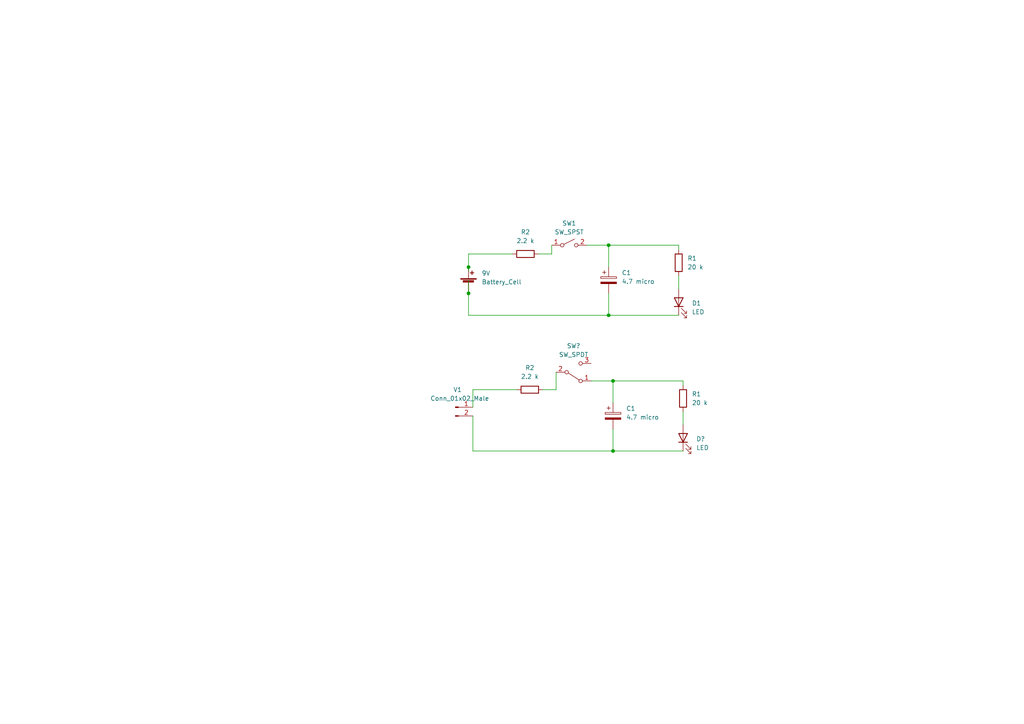
<source format=kicad_sch>
(kicad_sch (version 20211123) (generator eeschema)

  (uuid 528d5f9a-1448-48ac-a15f-16e2507680fe)

  (paper "A4")

  (lib_symbols
    (symbol "Connector:Conn_01x02_Male" (pin_names (offset 1.016) hide) (in_bom yes) (on_board yes)
      (property "Reference" "J" (id 0) (at 0 2.54 0)
        (effects (font (size 1.27 1.27)))
      )
      (property "Value" "Conn_01x02_Male" (id 1) (at 0 -5.08 0)
        (effects (font (size 1.27 1.27)))
      )
      (property "Footprint" "" (id 2) (at 0 0 0)
        (effects (font (size 1.27 1.27)) hide)
      )
      (property "Datasheet" "~" (id 3) (at 0 0 0)
        (effects (font (size 1.27 1.27)) hide)
      )
      (property "ki_keywords" "connector" (id 4) (at 0 0 0)
        (effects (font (size 1.27 1.27)) hide)
      )
      (property "ki_description" "Generic connector, single row, 01x02, script generated (kicad-library-utils/schlib/autogen/connector/)" (id 5) (at 0 0 0)
        (effects (font (size 1.27 1.27)) hide)
      )
      (property "ki_fp_filters" "Connector*:*_1x??_*" (id 6) (at 0 0 0)
        (effects (font (size 1.27 1.27)) hide)
      )
      (symbol "Conn_01x02_Male_1_1"
        (polyline
          (pts
            (xy 1.27 -2.54)
            (xy 0.8636 -2.54)
          )
          (stroke (width 0.1524) (type default) (color 0 0 0 0))
          (fill (type none))
        )
        (polyline
          (pts
            (xy 1.27 0)
            (xy 0.8636 0)
          )
          (stroke (width 0.1524) (type default) (color 0 0 0 0))
          (fill (type none))
        )
        (rectangle (start 0.8636 -2.413) (end 0 -2.667)
          (stroke (width 0.1524) (type default) (color 0 0 0 0))
          (fill (type outline))
        )
        (rectangle (start 0.8636 0.127) (end 0 -0.127)
          (stroke (width 0.1524) (type default) (color 0 0 0 0))
          (fill (type outline))
        )
        (pin passive line (at 5.08 0 180) (length 3.81)
          (name "Pin_1" (effects (font (size 1.27 1.27))))
          (number "1" (effects (font (size 1.27 1.27))))
        )
        (pin passive line (at 5.08 -2.54 180) (length 3.81)
          (name "Pin_2" (effects (font (size 1.27 1.27))))
          (number "2" (effects (font (size 1.27 1.27))))
        )
      )
    )
    (symbol "Device:Battery_Cell" (pin_numbers hide) (pin_names (offset 0) hide) (in_bom yes) (on_board yes)
      (property "Reference" "BT" (id 0) (at 2.54 2.54 0)
        (effects (font (size 1.27 1.27)) (justify left))
      )
      (property "Value" "Battery_Cell" (id 1) (at 2.54 0 0)
        (effects (font (size 1.27 1.27)) (justify left))
      )
      (property "Footprint" "" (id 2) (at 0 1.524 90)
        (effects (font (size 1.27 1.27)) hide)
      )
      (property "Datasheet" "~" (id 3) (at 0 1.524 90)
        (effects (font (size 1.27 1.27)) hide)
      )
      (property "ki_keywords" "battery cell" (id 4) (at 0 0 0)
        (effects (font (size 1.27 1.27)) hide)
      )
      (property "ki_description" "Single-cell battery" (id 5) (at 0 0 0)
        (effects (font (size 1.27 1.27)) hide)
      )
      (symbol "Battery_Cell_0_1"
        (rectangle (start -2.286 1.778) (end 2.286 1.524)
          (stroke (width 0) (type default) (color 0 0 0 0))
          (fill (type outline))
        )
        (rectangle (start -1.5748 1.1938) (end 1.4732 0.6858)
          (stroke (width 0) (type default) (color 0 0 0 0))
          (fill (type outline))
        )
        (polyline
          (pts
            (xy 0 0.762)
            (xy 0 0)
          )
          (stroke (width 0) (type default) (color 0 0 0 0))
          (fill (type none))
        )
        (polyline
          (pts
            (xy 0 1.778)
            (xy 0 2.54)
          )
          (stroke (width 0) (type default) (color 0 0 0 0))
          (fill (type none))
        )
        (polyline
          (pts
            (xy 0.508 3.429)
            (xy 1.524 3.429)
          )
          (stroke (width 0.254) (type default) (color 0 0 0 0))
          (fill (type none))
        )
        (polyline
          (pts
            (xy 1.016 3.937)
            (xy 1.016 2.921)
          )
          (stroke (width 0.254) (type default) (color 0 0 0 0))
          (fill (type none))
        )
      )
      (symbol "Battery_Cell_1_1"
        (pin passive line (at 0 5.08 270) (length 2.54)
          (name "+" (effects (font (size 1.27 1.27))))
          (number "1" (effects (font (size 1.27 1.27))))
        )
        (pin passive line (at 0 -2.54 90) (length 2.54)
          (name "-" (effects (font (size 1.27 1.27))))
          (number "2" (effects (font (size 1.27 1.27))))
        )
      )
    )
    (symbol "Device:C_Polarized" (pin_numbers hide) (pin_names (offset 0.254)) (in_bom yes) (on_board yes)
      (property "Reference" "C" (id 0) (at 0.635 2.54 0)
        (effects (font (size 1.27 1.27)) (justify left))
      )
      (property "Value" "C_Polarized" (id 1) (at 0.635 -2.54 0)
        (effects (font (size 1.27 1.27)) (justify left))
      )
      (property "Footprint" "" (id 2) (at 0.9652 -3.81 0)
        (effects (font (size 1.27 1.27)) hide)
      )
      (property "Datasheet" "~" (id 3) (at 0 0 0)
        (effects (font (size 1.27 1.27)) hide)
      )
      (property "ki_keywords" "cap capacitor" (id 4) (at 0 0 0)
        (effects (font (size 1.27 1.27)) hide)
      )
      (property "ki_description" "Polarized capacitor" (id 5) (at 0 0 0)
        (effects (font (size 1.27 1.27)) hide)
      )
      (property "ki_fp_filters" "CP_*" (id 6) (at 0 0 0)
        (effects (font (size 1.27 1.27)) hide)
      )
      (symbol "C_Polarized_0_1"
        (rectangle (start -2.286 0.508) (end 2.286 1.016)
          (stroke (width 0) (type default) (color 0 0 0 0))
          (fill (type none))
        )
        (polyline
          (pts
            (xy -1.778 2.286)
            (xy -0.762 2.286)
          )
          (stroke (width 0) (type default) (color 0 0 0 0))
          (fill (type none))
        )
        (polyline
          (pts
            (xy -1.27 2.794)
            (xy -1.27 1.778)
          )
          (stroke (width 0) (type default) (color 0 0 0 0))
          (fill (type none))
        )
        (rectangle (start 2.286 -0.508) (end -2.286 -1.016)
          (stroke (width 0) (type default) (color 0 0 0 0))
          (fill (type outline))
        )
      )
      (symbol "C_Polarized_1_1"
        (pin passive line (at 0 3.81 270) (length 2.794)
          (name "~" (effects (font (size 1.27 1.27))))
          (number "1" (effects (font (size 1.27 1.27))))
        )
        (pin passive line (at 0 -3.81 90) (length 2.794)
          (name "~" (effects (font (size 1.27 1.27))))
          (number "2" (effects (font (size 1.27 1.27))))
        )
      )
    )
    (symbol "Device:LED" (pin_numbers hide) (pin_names (offset 1.016) hide) (in_bom yes) (on_board yes)
      (property "Reference" "D" (id 0) (at 0 2.54 0)
        (effects (font (size 1.27 1.27)))
      )
      (property "Value" "LED" (id 1) (at 0 -2.54 0)
        (effects (font (size 1.27 1.27)))
      )
      (property "Footprint" "" (id 2) (at 0 0 0)
        (effects (font (size 1.27 1.27)) hide)
      )
      (property "Datasheet" "~" (id 3) (at 0 0 0)
        (effects (font (size 1.27 1.27)) hide)
      )
      (property "ki_keywords" "LED diode" (id 4) (at 0 0 0)
        (effects (font (size 1.27 1.27)) hide)
      )
      (property "ki_description" "Light emitting diode" (id 5) (at 0 0 0)
        (effects (font (size 1.27 1.27)) hide)
      )
      (property "ki_fp_filters" "LED* LED_SMD:* LED_THT:*" (id 6) (at 0 0 0)
        (effects (font (size 1.27 1.27)) hide)
      )
      (symbol "LED_0_1"
        (polyline
          (pts
            (xy -1.27 -1.27)
            (xy -1.27 1.27)
          )
          (stroke (width 0.254) (type default) (color 0 0 0 0))
          (fill (type none))
        )
        (polyline
          (pts
            (xy -1.27 0)
            (xy 1.27 0)
          )
          (stroke (width 0) (type default) (color 0 0 0 0))
          (fill (type none))
        )
        (polyline
          (pts
            (xy 1.27 -1.27)
            (xy 1.27 1.27)
            (xy -1.27 0)
            (xy 1.27 -1.27)
          )
          (stroke (width 0.254) (type default) (color 0 0 0 0))
          (fill (type none))
        )
        (polyline
          (pts
            (xy -3.048 -0.762)
            (xy -4.572 -2.286)
            (xy -3.81 -2.286)
            (xy -4.572 -2.286)
            (xy -4.572 -1.524)
          )
          (stroke (width 0) (type default) (color 0 0 0 0))
          (fill (type none))
        )
        (polyline
          (pts
            (xy -1.778 -0.762)
            (xy -3.302 -2.286)
            (xy -2.54 -2.286)
            (xy -3.302 -2.286)
            (xy -3.302 -1.524)
          )
          (stroke (width 0) (type default) (color 0 0 0 0))
          (fill (type none))
        )
      )
      (symbol "LED_1_1"
        (pin passive line (at -3.81 0 0) (length 2.54)
          (name "K" (effects (font (size 1.27 1.27))))
          (number "1" (effects (font (size 1.27 1.27))))
        )
        (pin passive line (at 3.81 0 180) (length 2.54)
          (name "A" (effects (font (size 1.27 1.27))))
          (number "2" (effects (font (size 1.27 1.27))))
        )
      )
    )
    (symbol "Device:R" (pin_numbers hide) (pin_names (offset 0)) (in_bom yes) (on_board yes)
      (property "Reference" "R" (id 0) (at 2.032 0 90)
        (effects (font (size 1.27 1.27)))
      )
      (property "Value" "R" (id 1) (at 0 0 90)
        (effects (font (size 1.27 1.27)))
      )
      (property "Footprint" "" (id 2) (at -1.778 0 90)
        (effects (font (size 1.27 1.27)) hide)
      )
      (property "Datasheet" "~" (id 3) (at 0 0 0)
        (effects (font (size 1.27 1.27)) hide)
      )
      (property "ki_keywords" "R res resistor" (id 4) (at 0 0 0)
        (effects (font (size 1.27 1.27)) hide)
      )
      (property "ki_description" "Resistor" (id 5) (at 0 0 0)
        (effects (font (size 1.27 1.27)) hide)
      )
      (property "ki_fp_filters" "R_*" (id 6) (at 0 0 0)
        (effects (font (size 1.27 1.27)) hide)
      )
      (symbol "R_0_1"
        (rectangle (start -1.016 -2.54) (end 1.016 2.54)
          (stroke (width 0.254) (type default) (color 0 0 0 0))
          (fill (type none))
        )
      )
      (symbol "R_1_1"
        (pin passive line (at 0 3.81 270) (length 1.27)
          (name "~" (effects (font (size 1.27 1.27))))
          (number "1" (effects (font (size 1.27 1.27))))
        )
        (pin passive line (at 0 -3.81 90) (length 1.27)
          (name "~" (effects (font (size 1.27 1.27))))
          (number "2" (effects (font (size 1.27 1.27))))
        )
      )
    )
    (symbol "Switch:SW_SPDT" (pin_names (offset 0) hide) (in_bom yes) (on_board yes)
      (property "Reference" "SW" (id 0) (at 0 4.318 0)
        (effects (font (size 1.27 1.27)))
      )
      (property "Value" "SW_SPDT" (id 1) (at 0 -5.08 0)
        (effects (font (size 1.27 1.27)))
      )
      (property "Footprint" "" (id 2) (at 0 0 0)
        (effects (font (size 1.27 1.27)) hide)
      )
      (property "Datasheet" "~" (id 3) (at 0 0 0)
        (effects (font (size 1.27 1.27)) hide)
      )
      (property "ki_keywords" "switch single-pole double-throw spdt ON-ON" (id 4) (at 0 0 0)
        (effects (font (size 1.27 1.27)) hide)
      )
      (property "ki_description" "Switch, single pole double throw" (id 5) (at 0 0 0)
        (effects (font (size 1.27 1.27)) hide)
      )
      (symbol "SW_SPDT_0_0"
        (circle (center -2.032 0) (radius 0.508)
          (stroke (width 0) (type default) (color 0 0 0 0))
          (fill (type none))
        )
        (circle (center 2.032 -2.54) (radius 0.508)
          (stroke (width 0) (type default) (color 0 0 0 0))
          (fill (type none))
        )
      )
      (symbol "SW_SPDT_0_1"
        (polyline
          (pts
            (xy -1.524 0.254)
            (xy 1.651 2.286)
          )
          (stroke (width 0) (type default) (color 0 0 0 0))
          (fill (type none))
        )
        (circle (center 2.032 2.54) (radius 0.508)
          (stroke (width 0) (type default) (color 0 0 0 0))
          (fill (type none))
        )
      )
      (symbol "SW_SPDT_1_1"
        (pin passive line (at 5.08 2.54 180) (length 2.54)
          (name "A" (effects (font (size 1.27 1.27))))
          (number "1" (effects (font (size 1.27 1.27))))
        )
        (pin passive line (at -5.08 0 0) (length 2.54)
          (name "B" (effects (font (size 1.27 1.27))))
          (number "2" (effects (font (size 1.27 1.27))))
        )
        (pin passive line (at 5.08 -2.54 180) (length 2.54)
          (name "C" (effects (font (size 1.27 1.27))))
          (number "3" (effects (font (size 1.27 1.27))))
        )
      )
    )
    (symbol "Switch:SW_SPST" (pin_names (offset 0) hide) (in_bom yes) (on_board yes)
      (property "Reference" "SW" (id 0) (at 0 3.175 0)
        (effects (font (size 1.27 1.27)))
      )
      (property "Value" "SW_SPST" (id 1) (at 0 -2.54 0)
        (effects (font (size 1.27 1.27)))
      )
      (property "Footprint" "" (id 2) (at 0 0 0)
        (effects (font (size 1.27 1.27)) hide)
      )
      (property "Datasheet" "~" (id 3) (at 0 0 0)
        (effects (font (size 1.27 1.27)) hide)
      )
      (property "ki_keywords" "switch lever" (id 4) (at 0 0 0)
        (effects (font (size 1.27 1.27)) hide)
      )
      (property "ki_description" "Single Pole Single Throw (SPST) switch" (id 5) (at 0 0 0)
        (effects (font (size 1.27 1.27)) hide)
      )
      (symbol "SW_SPST_0_0"
        (circle (center -2.032 0) (radius 0.508)
          (stroke (width 0) (type default) (color 0 0 0 0))
          (fill (type none))
        )
        (polyline
          (pts
            (xy -1.524 0.254)
            (xy 1.524 1.778)
          )
          (stroke (width 0) (type default) (color 0 0 0 0))
          (fill (type none))
        )
        (circle (center 2.032 0) (radius 0.508)
          (stroke (width 0) (type default) (color 0 0 0 0))
          (fill (type none))
        )
      )
      (symbol "SW_SPST_1_1"
        (pin passive line (at -5.08 0 0) (length 2.54)
          (name "A" (effects (font (size 1.27 1.27))))
          (number "1" (effects (font (size 1.27 1.27))))
        )
        (pin passive line (at 5.08 0 180) (length 2.54)
          (name "B" (effects (font (size 1.27 1.27))))
          (number "2" (effects (font (size 1.27 1.27))))
        )
      )
    )
  )

  (junction (at 135.89 77.47) (diameter 0) (color 0 0 0 0)
    (uuid 2403c30d-fb31-4a8b-ba5d-098e85815a63)
  )
  (junction (at 176.53 71.12) (diameter 0) (color 0 0 0 0)
    (uuid 621e7449-e600-476d-9b53-ed9106015483)
  )
  (junction (at 176.53 91.44) (diameter 0) (color 0 0 0 0)
    (uuid 7c336277-d630-47c3-817e-9f3451025245)
  )
  (junction (at 177.8 110.49) (diameter 0) (color 0 0 0 0)
    (uuid c0635455-99a5-46e3-9df2-f0c3d246f801)
  )
  (junction (at 177.8 130.81) (diameter 0) (color 0 0 0 0)
    (uuid dfafdf3c-66e2-4cbd-b37c-9ff3c625e04b)
  )
  (junction (at 135.89 85.09) (diameter 0) (color 0 0 0 0)
    (uuid e338e1fb-f8d6-4b5f-a980-e42759fb674b)
  )

  (wire (pts (xy 198.12 110.49) (xy 198.12 111.76))
    (stroke (width 0) (type default) (color 0 0 0 0))
    (uuid 00a864ca-2a29-4957-bd23-bb2bd22b6c46)
  )
  (wire (pts (xy 161.29 107.95) (xy 161.29 113.03))
    (stroke (width 0) (type default) (color 0 0 0 0))
    (uuid 097ca81f-e2a1-4f23-9348-e25fbd0d4f2d)
  )
  (wire (pts (xy 135.89 73.66) (xy 148.59 73.66))
    (stroke (width 0) (type default) (color 0 0 0 0))
    (uuid 0b23bb27-9542-4d66-975b-f5944cac9273)
  )
  (wire (pts (xy 156.21 73.66) (xy 160.02 73.66))
    (stroke (width 0) (type default) (color 0 0 0 0))
    (uuid 0eddbee1-7a3a-4f6e-aae5-57cf489d9fd9)
  )
  (wire (pts (xy 135.89 85.09) (xy 135.89 91.44))
    (stroke (width 0) (type default) (color 0 0 0 0))
    (uuid 2431a735-3d30-44db-84cb-db279e54cacf)
  )
  (wire (pts (xy 196.85 80.01) (xy 196.85 83.82))
    (stroke (width 0) (type default) (color 0 0 0 0))
    (uuid 252dafa4-0ff4-462e-8f2e-eb68b9f9003e)
  )
  (wire (pts (xy 135.89 81.28) (xy 135.89 85.09))
    (stroke (width 0) (type default) (color 0 0 0 0))
    (uuid 32cf3990-ff6c-4ead-a577-b8eb5b1556f4)
  )
  (wire (pts (xy 137.16 120.65) (xy 137.16 130.81))
    (stroke (width 0) (type default) (color 0 0 0 0))
    (uuid 3a12a5aa-a72f-4dc3-a46b-d2492a62e69c)
  )
  (wire (pts (xy 177.8 130.81) (xy 198.12 130.81))
    (stroke (width 0) (type default) (color 0 0 0 0))
    (uuid 440b1850-26f3-46a3-9b32-76587c07fdd8)
  )
  (wire (pts (xy 137.16 113.03) (xy 137.16 118.11))
    (stroke (width 0) (type default) (color 0 0 0 0))
    (uuid 4506fa5b-5204-458b-b55b-4ce51e6acc01)
  )
  (wire (pts (xy 176.53 71.12) (xy 176.53 77.47))
    (stroke (width 0) (type default) (color 0 0 0 0))
    (uuid 4880674c-d403-47db-b1e0-077edb318d29)
  )
  (wire (pts (xy 157.48 113.03) (xy 161.29 113.03))
    (stroke (width 0) (type default) (color 0 0 0 0))
    (uuid 4cb5ab9e-1d6e-4860-8ad5-33529c8509b9)
  )
  (wire (pts (xy 177.8 110.49) (xy 198.12 110.49))
    (stroke (width 0) (type default) (color 0 0 0 0))
    (uuid 69332304-1df7-4bb2-8574-3dab7e7da4dd)
  )
  (wire (pts (xy 137.16 113.03) (xy 149.86 113.03))
    (stroke (width 0) (type default) (color 0 0 0 0))
    (uuid 6ac8ae2b-8b93-4f81-a003-a60e73909bcf)
  )
  (wire (pts (xy 196.85 71.12) (xy 196.85 72.39))
    (stroke (width 0) (type default) (color 0 0 0 0))
    (uuid 7f1aa826-4b67-4f8f-a5d3-9d764c25e25a)
  )
  (wire (pts (xy 198.12 119.38) (xy 198.12 123.19))
    (stroke (width 0) (type default) (color 0 0 0 0))
    (uuid 871f99ea-7897-47f2-b011-91e8e12112b1)
  )
  (wire (pts (xy 177.8 110.49) (xy 177.8 116.84))
    (stroke (width 0) (type default) (color 0 0 0 0))
    (uuid 8dbf5c31-ba25-4e3e-b7d0-cca85d2d8a81)
  )
  (wire (pts (xy 135.89 77.47) (xy 135.89 78.74))
    (stroke (width 0) (type default) (color 0 0 0 0))
    (uuid 9160833c-459a-4fed-872f-9318b2fa807a)
  )
  (wire (pts (xy 177.8 124.46) (xy 177.8 130.81))
    (stroke (width 0) (type default) (color 0 0 0 0))
    (uuid 94fa4f9e-8706-431a-957b-36c947b300e3)
  )
  (wire (pts (xy 137.16 130.81) (xy 177.8 130.81))
    (stroke (width 0) (type default) (color 0 0 0 0))
    (uuid 9744b993-5c63-4e86-b2b5-c96c5be666bd)
  )
  (wire (pts (xy 176.53 85.09) (xy 176.53 91.44))
    (stroke (width 0) (type default) (color 0 0 0 0))
    (uuid a6ddc2d6-2d02-4f24-9f81-6edc2afdf61d)
  )
  (wire (pts (xy 135.89 73.66) (xy 135.89 77.47))
    (stroke (width 0) (type default) (color 0 0 0 0))
    (uuid af6acdd8-7de3-4ef3-83ee-4b6f1f72ab2d)
  )
  (wire (pts (xy 170.18 71.12) (xy 176.53 71.12))
    (stroke (width 0) (type default) (color 0 0 0 0))
    (uuid c6f32c62-3a46-4629-9768-1ef63e9d95a4)
  )
  (wire (pts (xy 176.53 71.12) (xy 196.85 71.12))
    (stroke (width 0) (type default) (color 0 0 0 0))
    (uuid d4ce14b7-a4f7-4775-998f-7cf503c2228c)
  )
  (wire (pts (xy 160.02 71.12) (xy 160.02 73.66))
    (stroke (width 0) (type default) (color 0 0 0 0))
    (uuid dac8854c-9f1e-4c1e-b519-7ebf456ebdbb)
  )
  (wire (pts (xy 176.53 91.44) (xy 196.85 91.44))
    (stroke (width 0) (type default) (color 0 0 0 0))
    (uuid efa9e077-e4ed-42ba-b123-bb0690bc106b)
  )
  (wire (pts (xy 135.89 91.44) (xy 176.53 91.44))
    (stroke (width 0) (type default) (color 0 0 0 0))
    (uuid f4a35756-016d-4c69-b74b-1c0b689a49ee)
  )
  (wire (pts (xy 171.45 110.49) (xy 177.8 110.49))
    (stroke (width 0) (type default) (color 0 0 0 0))
    (uuid f682b269-e81f-4181-a746-a00a85ff42e0)
  )

  (symbol (lib_id "Device:LED") (at 196.85 87.63 90) (unit 1)
    (in_bom yes) (on_board yes) (fields_autoplaced)
    (uuid 24597754-87e0-4387-9fbc-57f193a5ea3c)
    (property "Reference" "D1" (id 0) (at 200.66 87.9474 90)
      (effects (font (size 1.27 1.27)) (justify right))
    )
    (property "Value" "LED" (id 1) (at 200.66 90.4874 90)
      (effects (font (size 1.27 1.27)) (justify right))
    )
    (property "Footprint" "" (id 2) (at 196.85 87.63 0)
      (effects (font (size 1.27 1.27)) hide)
    )
    (property "Datasheet" "~" (id 3) (at 196.85 87.63 0)
      (effects (font (size 1.27 1.27)) hide)
    )
    (pin "1" (uuid 84ac0879-4cfd-4629-8711-e62775e97498))
    (pin "2" (uuid 55866d86-e72f-4f57-8f1a-047c2bc23fa1))
  )

  (symbol (lib_id "Device:C_Polarized") (at 176.53 81.28 0) (unit 1)
    (in_bom yes) (on_board yes) (fields_autoplaced)
    (uuid 2fdca923-743e-4146-954f-310b2e1757da)
    (property "Reference" "C1" (id 0) (at 180.34 79.1209 0)
      (effects (font (size 1.27 1.27)) (justify left))
    )
    (property "Value" "4.7 micro" (id 1) (at 180.34 81.6609 0)
      (effects (font (size 1.27 1.27)) (justify left))
    )
    (property "Footprint" "" (id 2) (at 177.4952 85.09 0)
      (effects (font (size 1.27 1.27)) hide)
    )
    (property "Datasheet" "~" (id 3) (at 176.53 81.28 0)
      (effects (font (size 1.27 1.27)) hide)
    )
    (pin "1" (uuid 7a4fb555-48ec-45d0-b17f-9c2706eb6322))
    (pin "2" (uuid d78240dd-6a92-4ce6-9716-659d1d3cfb3c))
  )

  (symbol (lib_id "Device:R") (at 196.85 76.2 0) (unit 1)
    (in_bom yes) (on_board yes) (fields_autoplaced)
    (uuid 2ffd5443-c9cb-40bd-8e03-89551c94a8ee)
    (property "Reference" "R1" (id 0) (at 199.39 74.9299 0)
      (effects (font (size 1.27 1.27)) (justify left))
    )
    (property "Value" "20 k" (id 1) (at 199.39 77.4699 0)
      (effects (font (size 1.27 1.27)) (justify left))
    )
    (property "Footprint" "" (id 2) (at 195.072 76.2 90)
      (effects (font (size 1.27 1.27)) hide)
    )
    (property "Datasheet" "~" (id 3) (at 196.85 76.2 0)
      (effects (font (size 1.27 1.27)) hide)
    )
    (pin "1" (uuid d0ed55ae-5245-4e74-b183-f840177cb70c))
    (pin "2" (uuid f40b572e-e068-47ff-ab8e-5bcb1af91785))
  )

  (symbol (lib_id "Device:R") (at 153.67 113.03 270) (unit 1)
    (in_bom yes) (on_board yes) (fields_autoplaced)
    (uuid 57f82b2a-05dc-4ffd-8382-237575914e3b)
    (property "Reference" "R2" (id 0) (at 153.67 106.68 90))
    (property "Value" "2.2 k" (id 1) (at 153.67 109.22 90))
    (property "Footprint" "" (id 2) (at 153.67 111.252 90)
      (effects (font (size 1.27 1.27)) hide)
    )
    (property "Datasheet" "~" (id 3) (at 153.67 113.03 0)
      (effects (font (size 1.27 1.27)) hide)
    )
    (pin "1" (uuid a815dbf3-82aa-412c-be49-be6cd5701e11))
    (pin "2" (uuid e4dc3219-1e36-4110-aa35-1af802a9899c))
  )

  (symbol (lib_id "Device:R") (at 152.4 73.66 270) (unit 1)
    (in_bom yes) (on_board yes) (fields_autoplaced)
    (uuid 5f02ff34-3223-4b63-b458-fdadd7214949)
    (property "Reference" "R2" (id 0) (at 152.4 67.31 90))
    (property "Value" "2.2 k" (id 1) (at 152.4 69.85 90))
    (property "Footprint" "" (id 2) (at 152.4 71.882 90)
      (effects (font (size 1.27 1.27)) hide)
    )
    (property "Datasheet" "~" (id 3) (at 152.4 73.66 0)
      (effects (font (size 1.27 1.27)) hide)
    )
    (pin "1" (uuid 3acfba9a-3877-47b2-8d11-3cf4bf425f23))
    (pin "2" (uuid d47af609-958e-4649-94c6-bdec2ce85fd0))
  )

  (symbol (lib_id "Switch:SW_SPST") (at 165.1 71.12 0) (unit 1)
    (in_bom yes) (on_board yes) (fields_autoplaced)
    (uuid 65adbce2-0896-496b-8816-ed96bcf5f574)
    (property "Reference" "SW1" (id 0) (at 165.1 64.77 0))
    (property "Value" "SW_SPST" (id 1) (at 165.1 67.31 0))
    (property "Footprint" "" (id 2) (at 165.1 71.12 0)
      (effects (font (size 1.27 1.27)) hide)
    )
    (property "Datasheet" "~" (id 3) (at 165.1 71.12 0)
      (effects (font (size 1.27 1.27)) hide)
    )
    (pin "1" (uuid 2c994b9b-9ced-4a78-9980-2468e8bfa479))
    (pin "2" (uuid b8d307fc-f1ce-4f93-aff5-4788f51d11e9))
  )

  (symbol (lib_id "Switch:SW_SPDT") (at 166.37 107.95 0) (mirror x) (unit 1)
    (in_bom yes) (on_board yes) (fields_autoplaced)
    (uuid 69c4d0f9-0a88-46d6-9d51-10f8b9800d3f)
    (property "Reference" "SW?" (id 0) (at 166.37 100.33 0))
    (property "Value" "SW_SPDT" (id 1) (at 166.37 102.87 0))
    (property "Footprint" "" (id 2) (at 166.37 107.95 0)
      (effects (font (size 1.27 1.27)) hide)
    )
    (property "Datasheet" "~" (id 3) (at 166.37 107.95 0)
      (effects (font (size 1.27 1.27)) hide)
    )
    (pin "1" (uuid 5ee59a6d-063c-4c6a-bf5c-de48beb48d7c))
    (pin "2" (uuid 214c7df8-6fab-45e5-a623-4624b08fbff2))
    (pin "3" (uuid d105005b-027b-4048-9bad-c35bc99f54d1))
  )

  (symbol (lib_id "Connector:Conn_01x02_Male") (at 132.08 118.11 0) (unit 1)
    (in_bom yes) (on_board yes)
    (uuid a9b28e06-3619-46c1-8de5-a49bfed9e2d7)
    (property "Reference" "V1" (id 0) (at 132.715 113.03 0))
    (property "Value" "Conn_01x02_Male" (id 1) (at 133.35 115.57 0))
    (property "Footprint" "" (id 2) (at 132.08 118.11 0)
      (effects (font (size 1.27 1.27)) hide)
    )
    (property "Datasheet" "~" (id 3) (at 132.08 118.11 0)
      (effects (font (size 1.27 1.27)) hide)
    )
    (pin "1" (uuid 9ddb172b-b40a-4195-9a4d-ad046cc4bf3a))
    (pin "2" (uuid 18bd914d-d4d6-49b7-8540-6bf26f18e2ee))
  )

  (symbol (lib_id "Device:LED") (at 198.12 127 90) (unit 1)
    (in_bom yes) (on_board yes) (fields_autoplaced)
    (uuid ae0ae142-f6fb-4fe4-ae71-18d6c040df07)
    (property "Reference" "D?" (id 0) (at 201.93 127.3174 90)
      (effects (font (size 1.27 1.27)) (justify right))
    )
    (property "Value" "LED" (id 1) (at 201.93 129.8574 90)
      (effects (font (size 1.27 1.27)) (justify right))
    )
    (property "Footprint" "" (id 2) (at 198.12 127 0)
      (effects (font (size 1.27 1.27)) hide)
    )
    (property "Datasheet" "~" (id 3) (at 198.12 127 0)
      (effects (font (size 1.27 1.27)) hide)
    )
    (pin "1" (uuid 0798923f-43b6-493b-94fe-aa0ae72aab4b))
    (pin "2" (uuid 5e6e0288-fbbb-4edc-85a1-7601508e7c19))
  )

  (symbol (lib_id "Device:R") (at 198.12 115.57 0) (unit 1)
    (in_bom yes) (on_board yes) (fields_autoplaced)
    (uuid c47eef4a-7a45-4fef-a8c8-71d5f76f33da)
    (property "Reference" "R1" (id 0) (at 200.66 114.2999 0)
      (effects (font (size 1.27 1.27)) (justify left))
    )
    (property "Value" "20 k" (id 1) (at 200.66 116.8399 0)
      (effects (font (size 1.27 1.27)) (justify left))
    )
    (property "Footprint" "" (id 2) (at 196.342 115.57 90)
      (effects (font (size 1.27 1.27)) hide)
    )
    (property "Datasheet" "~" (id 3) (at 198.12 115.57 0)
      (effects (font (size 1.27 1.27)) hide)
    )
    (pin "1" (uuid ba37a234-c9c2-429d-86f8-a8b243987a6a))
    (pin "2" (uuid 825214b5-8c9b-4bf6-a1e9-0b1dac388fa0))
  )

  (symbol (lib_id "Device:Battery_Cell") (at 135.89 82.55 0) (unit 1)
    (in_bom yes) (on_board yes) (fields_autoplaced)
    (uuid e71c0c81-66f7-48b0-a18f-5600f8bdb4d5)
    (property "Reference" "9V" (id 0) (at 139.7 79.2479 0)
      (effects (font (size 1.27 1.27)) (justify left))
    )
    (property "Value" "Battery_Cell" (id 1) (at 139.7 81.7879 0)
      (effects (font (size 1.27 1.27)) (justify left))
    )
    (property "Footprint" "" (id 2) (at 135.89 81.026 90)
      (effects (font (size 1.27 1.27)) hide)
    )
    (property "Datasheet" "~" (id 3) (at 135.89 81.026 90)
      (effects (font (size 1.27 1.27)) hide)
    )
    (pin "1" (uuid 8da375dd-ba24-4df8-8053-99f1884253a2))
    (pin "2" (uuid 4b71efa7-f89d-47f6-96fb-ed06770c3c0a))
  )

  (symbol (lib_id "Device:C_Polarized") (at 177.8 120.65 0) (unit 1)
    (in_bom yes) (on_board yes) (fields_autoplaced)
    (uuid ed961613-6c86-4274-a6f5-11ea757b8359)
    (property "Reference" "C1" (id 0) (at 181.61 118.4909 0)
      (effects (font (size 1.27 1.27)) (justify left))
    )
    (property "Value" "4.7 micro" (id 1) (at 181.61 121.0309 0)
      (effects (font (size 1.27 1.27)) (justify left))
    )
    (property "Footprint" "" (id 2) (at 178.7652 124.46 0)
      (effects (font (size 1.27 1.27)) hide)
    )
    (property "Datasheet" "~" (id 3) (at 177.8 120.65 0)
      (effects (font (size 1.27 1.27)) hide)
    )
    (pin "1" (uuid a18fb59c-9710-4f68-bc18-2004a24a0be7))
    (pin "2" (uuid 052771e7-59e7-473f-99f6-92e32cdf4ab0))
  )

  (sheet_instances
    (path "/" (page "1"))
  )

  (symbol_instances
    (path "/e71c0c81-66f7-48b0-a18f-5600f8bdb4d5"
      (reference "9V") (unit 1) (value "Battery_Cell") (footprint "")
    )
    (path "/2fdca923-743e-4146-954f-310b2e1757da"
      (reference "C1") (unit 1) (value "4.7 micro") (footprint "")
    )
    (path "/ed961613-6c86-4274-a6f5-11ea757b8359"
      (reference "C1") (unit 1) (value "4.7 micro") (footprint "")
    )
    (path "/24597754-87e0-4387-9fbc-57f193a5ea3c"
      (reference "D1") (unit 1) (value "LED") (footprint "")
    )
    (path "/ae0ae142-f6fb-4fe4-ae71-18d6c040df07"
      (reference "D?") (unit 1) (value "LED") (footprint "")
    )
    (path "/2ffd5443-c9cb-40bd-8e03-89551c94a8ee"
      (reference "R1") (unit 1) (value "20 k") (footprint "")
    )
    (path "/c47eef4a-7a45-4fef-a8c8-71d5f76f33da"
      (reference "R1") (unit 1) (value "20 k") (footprint "")
    )
    (path "/57f82b2a-05dc-4ffd-8382-237575914e3b"
      (reference "R2") (unit 1) (value "2.2 k") (footprint "")
    )
    (path "/5f02ff34-3223-4b63-b458-fdadd7214949"
      (reference "R2") (unit 1) (value "2.2 k") (footprint "")
    )
    (path "/65adbce2-0896-496b-8816-ed96bcf5f574"
      (reference "SW1") (unit 1) (value "SW_SPST") (footprint "")
    )
    (path "/69c4d0f9-0a88-46d6-9d51-10f8b9800d3f"
      (reference "SW?") (unit 1) (value "SW_SPDT") (footprint "")
    )
    (path "/a9b28e06-3619-46c1-8de5-a49bfed9e2d7"
      (reference "V1") (unit 1) (value "Conn_01x02_Male") (footprint "")
    )
  )
)

</source>
